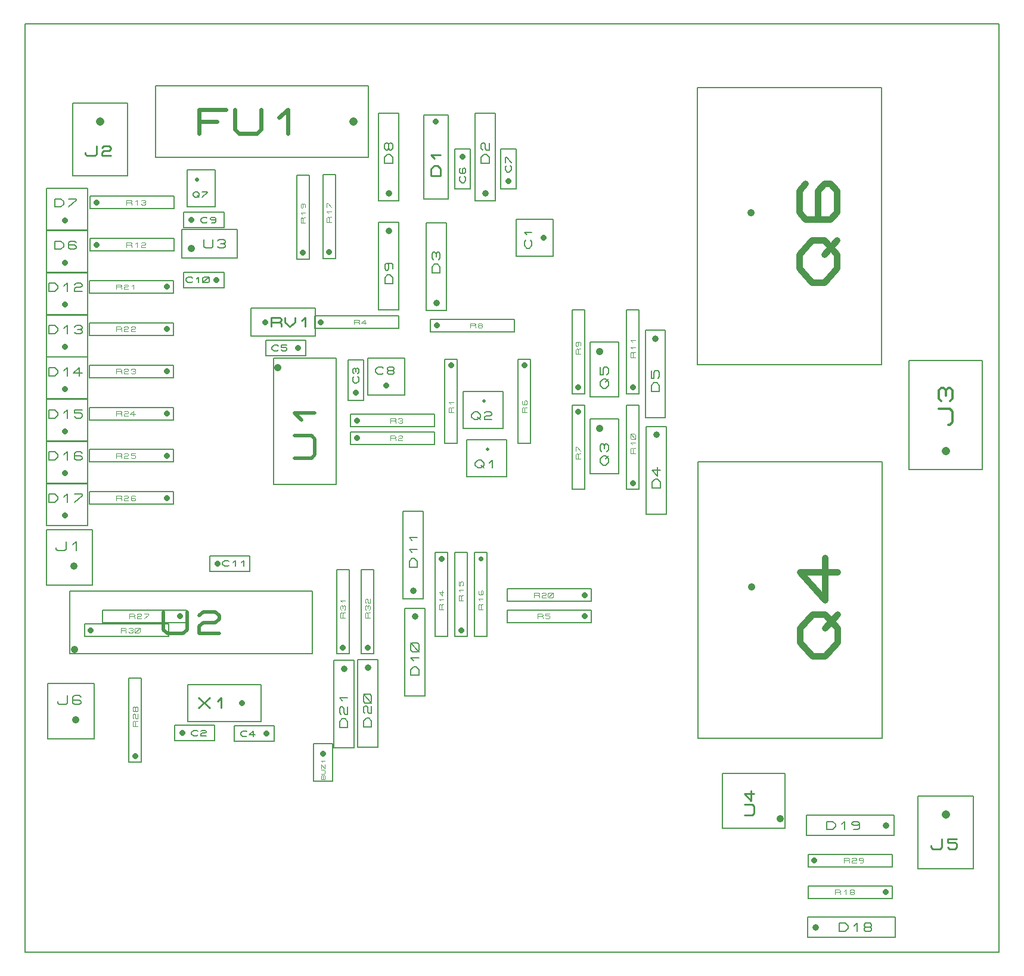
<source format=gbr>
G04 PROTEUS GERBER X2 FILE*
%TF.GenerationSoftware,Labcenter,Proteus,8.15-SP1-Build34318*%
%TF.CreationDate,2023-09-22T14:21:38+00:00*%
%TF.FileFunction,AssemblyDrawing,Top*%
%TF.FilePolarity,Positive*%
%TF.Part,Single*%
%TF.SameCoordinates,{a466e6c0-664c-42de-9dbf-b86146abdc4f}*%
%FSLAX45Y45*%
%MOMM*%
G01*
%TA.AperFunction,Profile*%
%ADD25C,0.203200*%
%TA.AperFunction,Material*%
%ADD39C,0.203200*%
%ADD40C,1.219200*%
%ADD41C,0.229610*%
%ADD42C,0.562240*%
%ADD43C,0.812800*%
%ADD44C,0.224020*%
%ADD45C,0.133060*%
%ADD46C,0.914400*%
%ADD47C,0.186690*%
%ADD48C,0.190500*%
%ADD49C,0.110230*%
%ADD50C,0.169330*%
%ADD51C,0.609600*%
%ADD52C,0.127000*%
%ADD53C,1.016000*%
%ADD54C,0.481920*%
%ADD55C,0.508000*%
%ADD56C,0.180800*%
%ADD57C,0.889000*%
%ADD58C,0.507080*%
%ADD59C,0.711200*%
%ADD60C,0.237060*%
%ADD61C,0.215900*%
%ADD62C,0.211660*%
%ADD63C,0.331890*%
%ADD64C,0.082550*%
%ADD65C,0.221140*%
%TD.AperFunction*%
D25*
X-8214500Y-6651500D02*
X+5622000Y-6651500D01*
X+5622000Y+6540500D01*
X-8214500Y+6540500D01*
X-8214500Y-6651500D01*
D39*
X-7541160Y+4377840D02*
X-6758840Y+4377840D01*
X-6758840Y+5414160D01*
X-7541160Y+5414160D01*
X-7541160Y+4377840D01*
D40*
X-7150000Y+5150000D02*
X-7150000Y+5150000D01*
D41*
X-7356654Y+4710478D02*
X-7356654Y+4687516D01*
X-7330823Y+4664555D01*
X-7227496Y+4664555D01*
X-7201664Y+4687516D01*
X-7201664Y+4802324D01*
X-7124169Y+4779363D02*
X-7098337Y+4802324D01*
X-7020842Y+4802324D01*
X-6995010Y+4779363D01*
X-6995010Y+4756401D01*
X-7020842Y+4733440D01*
X-7098337Y+4733440D01*
X-7124169Y+4710478D01*
X-7124169Y+4664555D01*
X-6995010Y+4664555D01*
D39*
X-6360160Y+4639840D02*
X-3339840Y+4639840D01*
X-3339840Y+5660160D01*
X-6360160Y+5660160D01*
X-6360160Y+4639840D01*
D40*
X-3550000Y+5150000D02*
X-3550000Y+5150000D01*
D42*
X-5744584Y+4981328D02*
X-5744584Y+5318672D01*
X-5365072Y+5318672D01*
X-5744584Y+5150000D02*
X-5491576Y+5150000D01*
X-5238568Y+5318672D02*
X-5238568Y+5037552D01*
X-5175316Y+4981328D01*
X-4922308Y+4981328D01*
X-4859056Y+5037552D01*
X-4859056Y+5318672D01*
X-4606048Y+5206224D02*
X-4479544Y+5318672D01*
X-4479544Y+4981328D01*
D39*
X-2548680Y+4045100D02*
X-2208320Y+4045100D01*
X-2208320Y+5238900D01*
X-2548680Y+5238900D01*
X-2548680Y+4045100D01*
D43*
X-2378500Y+5150000D02*
X-2378500Y+5150000D01*
D44*
X-2311291Y+4375605D02*
X-2445708Y+4375605D01*
X-2445708Y+4476417D01*
X-2400902Y+4526823D01*
X-2356097Y+4526823D01*
X-2311291Y+4476417D01*
X-2311291Y+4375605D01*
X-2400902Y+4627636D02*
X-2445708Y+4678042D01*
X-2311291Y+4678042D01*
D39*
X-2110160Y+4189840D02*
X-1889840Y+4189840D01*
X-1889840Y+4760160D01*
X-2110160Y+4760160D01*
X-2110160Y+4189840D01*
D43*
X-2000000Y+4650000D02*
X-2000000Y+4650000D01*
D45*
X-1973386Y+4369660D02*
X-1960080Y+4354690D01*
X-1960080Y+4309780D01*
X-1986693Y+4279841D01*
X-2013306Y+4279841D01*
X-2039919Y+4309780D01*
X-2039919Y+4354690D01*
X-2026613Y+4369660D01*
X-2026613Y+4489419D02*
X-2039919Y+4474449D01*
X-2039919Y+4429539D01*
X-2026613Y+4414569D01*
X-1973386Y+4414569D01*
X-1960080Y+4429539D01*
X-1960080Y+4474449D01*
X-1973386Y+4489419D01*
X-1986693Y+4489419D01*
X-2000000Y+4474449D01*
X-2000000Y+4414569D01*
D39*
X-1823280Y+4019700D02*
X-1536260Y+4019700D01*
X-1536260Y+5264300D01*
X-1823280Y+5264300D01*
X-1823280Y+4019700D01*
D46*
X-1678500Y+4134000D02*
X-1678500Y+4134000D01*
D47*
X-1623763Y+4553989D02*
X-1735777Y+4553989D01*
X-1735777Y+4637999D01*
X-1698439Y+4680004D01*
X-1661101Y+4680004D01*
X-1623763Y+4637999D01*
X-1623763Y+4553989D01*
X-1717108Y+4743012D02*
X-1735777Y+4764015D01*
X-1735777Y+4827023D01*
X-1717108Y+4848025D01*
X-1698439Y+4848025D01*
X-1679770Y+4827023D01*
X-1679770Y+4764015D01*
X-1661101Y+4743012D01*
X-1623763Y+4743012D01*
X-1623763Y+4848025D01*
D39*
X-7914160Y+3008840D02*
X-7322340Y+3008840D01*
X-7322340Y+3600660D01*
X-7914160Y+3600660D01*
X-7914160Y+3008840D01*
D43*
X-7650000Y+3146000D02*
X-7650000Y+3146000D01*
D48*
X-7789700Y+3336500D02*
X-7789700Y+3450800D01*
X-7703975Y+3450800D01*
X-7661113Y+3412700D01*
X-7661113Y+3374600D01*
X-7703975Y+3336500D01*
X-7789700Y+3336500D01*
X-7489663Y+3431750D02*
X-7511094Y+3450800D01*
X-7575388Y+3450800D01*
X-7596819Y+3431750D01*
X-7596819Y+3355550D01*
X-7575388Y+3336500D01*
X-7511094Y+3336500D01*
X-7489663Y+3355550D01*
X-7489663Y+3374600D01*
X-7511094Y+3393650D01*
X-7596819Y+3393650D01*
D39*
X-7288900Y+3311100D02*
X-6095100Y+3311100D01*
X-6095100Y+3488900D01*
X-7288900Y+3488900D01*
X-7288900Y+3311100D01*
D43*
X-7200000Y+3400000D02*
X-7200000Y+3400000D01*
D49*
X-6776048Y+3366929D02*
X-6776048Y+3433070D01*
X-6714041Y+3433070D01*
X-6701639Y+3422047D01*
X-6701639Y+3411023D01*
X-6714041Y+3400000D01*
X-6776048Y+3400000D01*
X-6714041Y+3400000D02*
X-6701639Y+3388976D01*
X-6701639Y+3366929D01*
X-6652033Y+3411023D02*
X-6627230Y+3433070D01*
X-6627230Y+3366929D01*
X-6565223Y+3422047D02*
X-6552821Y+3433070D01*
X-6515617Y+3433070D01*
X-6503215Y+3422047D01*
X-6503215Y+3411023D01*
X-6515617Y+3400000D01*
X-6552821Y+3400000D01*
X-6565223Y+3388976D01*
X-6565223Y+3366929D01*
X-6503215Y+3366929D01*
D39*
X-7914160Y+3608840D02*
X-7322340Y+3608840D01*
X-7322340Y+4200660D01*
X-7914160Y+4200660D01*
X-7914160Y+3608840D01*
D43*
X-7650000Y+3746000D02*
X-7650000Y+3746000D01*
D48*
X-7789700Y+3936500D02*
X-7789700Y+4050800D01*
X-7703975Y+4050800D01*
X-7661113Y+4012700D01*
X-7661113Y+3974600D01*
X-7703975Y+3936500D01*
X-7789700Y+3936500D01*
X-7596819Y+4050800D02*
X-7489663Y+4050800D01*
X-7489663Y+4031750D01*
X-7596819Y+3936500D01*
D39*
X-7288900Y+3911100D02*
X-6095100Y+3911100D01*
X-6095100Y+4088900D01*
X-7288900Y+4088900D01*
X-7288900Y+3911100D01*
D43*
X-7200000Y+4000000D02*
X-7200000Y+4000000D01*
D49*
X-6776048Y+3966929D02*
X-6776048Y+4033070D01*
X-6714041Y+4033070D01*
X-6701639Y+4022047D01*
X-6701639Y+4011023D01*
X-6714041Y+4000000D01*
X-6776048Y+4000000D01*
X-6714041Y+4000000D02*
X-6701639Y+3988976D01*
X-6701639Y+3966929D01*
X-6652033Y+4011023D02*
X-6627230Y+4033070D01*
X-6627230Y+3966929D01*
X-6565223Y+4022047D02*
X-6552821Y+4033070D01*
X-6515617Y+4033070D01*
X-6503215Y+4022047D01*
X-6503215Y+4011023D01*
X-6515617Y+4000000D01*
X-6503215Y+3988976D01*
X-6503215Y+3977952D01*
X-6515617Y+3966929D01*
X-6552821Y+3966929D01*
X-6565223Y+3977952D01*
X-6540420Y+4000000D02*
X-6515617Y+4000000D01*
D39*
X-1460160Y+4189840D02*
X-1239840Y+4189840D01*
X-1239840Y+4760160D01*
X-1460160Y+4760160D01*
X-1460160Y+4189840D01*
D43*
X-1350000Y+4300000D02*
X-1350000Y+4300000D01*
D45*
X-1323386Y+4520460D02*
X-1310080Y+4505490D01*
X-1310080Y+4460580D01*
X-1336693Y+4430641D01*
X-1363306Y+4430641D01*
X-1389919Y+4460580D01*
X-1389919Y+4505490D01*
X-1376613Y+4520460D01*
X-1389919Y+4565369D02*
X-1389919Y+4640219D01*
X-1376613Y+4640219D01*
X-1310080Y+4565369D01*
D39*
X-1241160Y+3235840D02*
X-712840Y+3235840D01*
X-712840Y+3764160D01*
X-1241160Y+3764160D01*
X-1241160Y+3235840D01*
D43*
X-850000Y+3500000D02*
X-850000Y+3500000D01*
D50*
X-1032033Y+3461900D02*
X-1015100Y+3442850D01*
X-1015100Y+3385700D01*
X-1048967Y+3347601D01*
X-1082833Y+3347601D01*
X-1116700Y+3385700D01*
X-1116700Y+3442850D01*
X-1099767Y+3461900D01*
X-1082833Y+3538099D02*
X-1116700Y+3576199D01*
X-1015100Y+3576199D01*
D39*
X-2454900Y+2161100D02*
X-1261100Y+2161100D01*
X-1261100Y+2338900D01*
X-2454900Y+2338900D01*
X-2454900Y+2161100D01*
D43*
X-2366000Y+2250000D02*
X-2366000Y+2250000D01*
D49*
X-1892442Y+2216929D02*
X-1892442Y+2283070D01*
X-1830435Y+2283070D01*
X-1818033Y+2272047D01*
X-1818033Y+2261023D01*
X-1830435Y+2250000D01*
X-1892442Y+2250000D01*
X-1830435Y+2250000D02*
X-1818033Y+2238976D01*
X-1818033Y+2216929D01*
X-1768427Y+2250000D02*
X-1780829Y+2261023D01*
X-1780829Y+2272047D01*
X-1768427Y+2283070D01*
X-1731223Y+2283070D01*
X-1718821Y+2272047D01*
X-1718821Y+2261023D01*
X-1731223Y+2250000D01*
X-1768427Y+2250000D01*
X-1780829Y+2238976D01*
X-1780829Y+2227952D01*
X-1768427Y+2216929D01*
X-1731223Y+2216929D01*
X-1718821Y+2227952D01*
X-1718821Y+2238976D01*
X-1731223Y+2250000D01*
D39*
X-2519680Y+2463800D02*
X-2232660Y+2463800D01*
X-2232660Y+3708400D01*
X-2519680Y+3708400D01*
X-2519680Y+2463800D01*
D46*
X-2374900Y+2578100D02*
X-2374900Y+2578100D01*
D47*
X-2320163Y+2998089D02*
X-2432177Y+2998089D01*
X-2432177Y+3082099D01*
X-2394839Y+3124104D01*
X-2357501Y+3124104D01*
X-2320163Y+3082099D01*
X-2320163Y+2998089D01*
X-2413508Y+3187112D02*
X-2432177Y+3208115D01*
X-2432177Y+3271123D01*
X-2413508Y+3292125D01*
X-2394839Y+3292125D01*
X-2376170Y+3271123D01*
X-2357501Y+3292125D01*
X-2338832Y+3292125D01*
X-2320163Y+3271123D01*
X-2320163Y+3208115D01*
X-2338832Y+3187112D01*
X-2376170Y+3229117D02*
X-2376170Y+3271123D01*
D39*
X-3194780Y+4019700D02*
X-2907760Y+4019700D01*
X-2907760Y+5264300D01*
X-3194780Y+5264300D01*
X-3194780Y+4019700D01*
D46*
X-3050000Y+4134000D02*
X-3050000Y+4134000D01*
D47*
X-2995263Y+4553989D02*
X-3107277Y+4553989D01*
X-3107277Y+4637999D01*
X-3069939Y+4680004D01*
X-3032601Y+4680004D01*
X-2995263Y+4637999D01*
X-2995263Y+4553989D01*
X-3051270Y+4764015D02*
X-3069939Y+4743012D01*
X-3088608Y+4743012D01*
X-3107277Y+4764015D01*
X-3107277Y+4827023D01*
X-3088608Y+4848025D01*
X-3069939Y+4848025D01*
X-3051270Y+4827023D01*
X-3051270Y+4764015D01*
X-3032601Y+4743012D01*
X-3013932Y+4743012D01*
X-2995263Y+4764015D01*
X-2995263Y+4827023D01*
X-3013932Y+4848025D01*
X-3032601Y+4848025D01*
X-3051270Y+4827023D01*
D39*
X-3983400Y+3205200D02*
X-3805600Y+3205200D01*
X-3805600Y+4399000D01*
X-3983400Y+4399000D01*
X-3983400Y+3205200D01*
D43*
X-3894500Y+3294100D02*
X-3894500Y+3294100D01*
D49*
X-3861429Y+3718052D02*
X-3927570Y+3718052D01*
X-3927570Y+3780059D01*
X-3916547Y+3792461D01*
X-3905523Y+3792461D01*
X-3894500Y+3780059D01*
X-3894500Y+3718052D01*
X-3894500Y+3780059D02*
X-3883476Y+3792461D01*
X-3861429Y+3792461D01*
X-3905523Y+3842067D02*
X-3927570Y+3866870D01*
X-3861429Y+3866870D01*
X-3927570Y+3928877D02*
X-3927570Y+3990885D01*
X-3916547Y+3990885D01*
X-3861429Y+3928877D01*
D39*
X-5914160Y+3935840D02*
X-5512840Y+3935840D01*
X-5512840Y+4464160D01*
X-5914160Y+4464160D01*
X-5914160Y+3935840D01*
D51*
X-5777000Y+4327000D02*
X-5777000Y+4327000D01*
D52*
X-5827800Y+4128880D02*
X-5799225Y+4154280D01*
X-5770650Y+4154280D01*
X-5742075Y+4128880D01*
X-5742075Y+4103480D01*
X-5770650Y+4078080D01*
X-5799225Y+4078080D01*
X-5827800Y+4103480D01*
X-5827800Y+4128880D01*
X-5770650Y+4103480D02*
X-5742075Y+4078080D01*
X-5699213Y+4154280D02*
X-5627775Y+4154280D01*
X-5627775Y+4141580D01*
X-5699213Y+4078080D01*
D39*
X-4354900Y+3195100D02*
X-4177100Y+3195100D01*
X-4177100Y+4388900D01*
X-4354900Y+4388900D01*
X-4354900Y+3195100D01*
D43*
X-4266000Y+3284000D02*
X-4266000Y+3284000D01*
D49*
X-4232929Y+3707952D02*
X-4299070Y+3707952D01*
X-4299070Y+3769959D01*
X-4288047Y+3782361D01*
X-4277023Y+3782361D01*
X-4266000Y+3769959D01*
X-4266000Y+3707952D01*
X-4266000Y+3769959D02*
X-4254976Y+3782361D01*
X-4232929Y+3782361D01*
X-4277023Y+3831967D02*
X-4299070Y+3856770D01*
X-4232929Y+3856770D01*
X-4277023Y+3980785D02*
X-4266000Y+3968383D01*
X-4266000Y+3931179D01*
X-4277023Y+3918777D01*
X-4288047Y+3918777D01*
X-4299070Y+3931179D01*
X-4299070Y+3968383D01*
X-4288047Y+3980785D01*
X-4243952Y+3980785D01*
X-4232929Y+3968383D01*
X-4232929Y+3931179D01*
D39*
X-3192240Y+2469700D02*
X-2905220Y+2469700D01*
X-2905220Y+3714300D01*
X-3192240Y+3714300D01*
X-3192240Y+2469700D01*
D46*
X-3050000Y+3600000D02*
X-3050000Y+3600000D01*
D47*
X-2992723Y+2843969D02*
X-3104737Y+2843969D01*
X-3104737Y+2927979D01*
X-3067399Y+2969984D01*
X-3030061Y+2969984D01*
X-2992723Y+2927979D01*
X-2992723Y+2843969D01*
X-3067399Y+3138005D02*
X-3048730Y+3117003D01*
X-3048730Y+3053995D01*
X-3067399Y+3032992D01*
X-3086068Y+3032992D01*
X-3104737Y+3053995D01*
X-3104737Y+3117003D01*
X-3086068Y+3138005D01*
X-3011392Y+3138005D01*
X-2992723Y+3117003D01*
X-2992723Y+3053995D01*
D39*
X-3350260Y+1259840D02*
X-2821940Y+1259840D01*
X-2821940Y+1788160D01*
X-3350260Y+1788160D01*
X-3350260Y+1259840D01*
D43*
X-3086100Y+1397000D02*
X-3086100Y+1397000D01*
D50*
X-3124200Y+1579033D02*
X-3143250Y+1562100D01*
X-3200400Y+1562100D01*
X-3238499Y+1595967D01*
X-3238499Y+1629833D01*
X-3200400Y+1663700D01*
X-3143250Y+1663700D01*
X-3124200Y+1646767D01*
X-3048001Y+1612900D02*
X-3067051Y+1629833D01*
X-3067051Y+1646767D01*
X-3048001Y+1663700D01*
X-2990851Y+1663700D01*
X-2971801Y+1646767D01*
X-2971801Y+1629833D01*
X-2990851Y+1612900D01*
X-3048001Y+1612900D01*
X-3067051Y+1595967D01*
X-3067051Y+1579033D01*
X-3048001Y+1562100D01*
X-2990851Y+1562100D01*
X-2971801Y+1579033D01*
X-2971801Y+1595967D01*
X-2990851Y+1612900D01*
D39*
X-3628060Y+1190840D02*
X-3407740Y+1190840D01*
X-3407740Y+1761160D01*
X-3628060Y+1761160D01*
X-3628060Y+1190840D01*
D43*
X-3517900Y+1301000D02*
X-3517900Y+1301000D01*
D45*
X-3491286Y+1521460D02*
X-3477980Y+1506490D01*
X-3477980Y+1461580D01*
X-3504593Y+1431641D01*
X-3531206Y+1431641D01*
X-3557819Y+1461580D01*
X-3557819Y+1506490D01*
X-3544513Y+1521460D01*
X-3544513Y+1566369D02*
X-3557819Y+1581339D01*
X-3557819Y+1626249D01*
X-3544513Y+1641219D01*
X-3531206Y+1641219D01*
X-3517900Y+1626249D01*
X-3504593Y+1641219D01*
X-3491286Y+1641219D01*
X-3477980Y+1626249D01*
X-3477980Y+1581339D01*
X-3491286Y+1566369D01*
X-3517900Y+1596309D02*
X-3517900Y+1626249D01*
D39*
X-4686300Y-10160D02*
X-3797300Y-10160D01*
X-3797300Y+1788160D01*
X-4686300Y+1788160D01*
X-4686300Y-10160D01*
D53*
X-4622800Y+1651000D02*
X-4622800Y+1651000D01*
D54*
X-4386376Y+361291D02*
X-4145415Y+361291D01*
X-4097223Y+415507D01*
X-4097223Y+632371D01*
X-4145415Y+686587D01*
X-4386376Y+686587D01*
X-4289992Y+903452D02*
X-4386376Y+1011884D01*
X-4097223Y+1011884D01*
D39*
X-3588900Y+561100D02*
X-2395100Y+561100D01*
X-2395100Y+738900D01*
X-3588900Y+738900D01*
X-3588900Y+561100D01*
D43*
X-3500000Y+650000D02*
X-3500000Y+650000D01*
D49*
X-3026442Y+616929D02*
X-3026442Y+683070D01*
X-2964435Y+683070D01*
X-2952033Y+672047D01*
X-2952033Y+661023D01*
X-2964435Y+650000D01*
X-3026442Y+650000D01*
X-2964435Y+650000D02*
X-2952033Y+638976D01*
X-2952033Y+616929D01*
X-2914829Y+672047D02*
X-2902427Y+683070D01*
X-2865223Y+683070D01*
X-2852821Y+672047D01*
X-2852821Y+661023D01*
X-2865223Y+650000D01*
X-2902427Y+650000D01*
X-2914829Y+638976D01*
X-2914829Y+616929D01*
X-2852821Y+616929D01*
D39*
X-1940960Y+100240D02*
X-1378240Y+100240D01*
X-1378240Y+628560D01*
X-1940960Y+628560D01*
X-1940960Y+100240D01*
D55*
X-1642400Y+491400D02*
X-1642400Y+491400D01*
D56*
X-1822320Y+301200D02*
X-1781640Y+337360D01*
X-1740960Y+337360D01*
X-1700280Y+301200D01*
X-1700280Y+265040D01*
X-1740960Y+228880D01*
X-1781640Y+228880D01*
X-1822320Y+265040D01*
X-1822320Y+301200D01*
X-1740960Y+265040D02*
X-1700280Y+228880D01*
X-1618920Y+301200D02*
X-1578240Y+337360D01*
X-1578240Y+228880D01*
D39*
X-1210600Y+580300D02*
X-1032800Y+580300D01*
X-1032800Y+1774100D01*
X-1210600Y+1774100D01*
X-1210600Y+580300D01*
D43*
X-1121700Y+1685200D02*
X-1121700Y+1685200D01*
D49*
X-1088629Y+1013218D02*
X-1154770Y+1013218D01*
X-1154770Y+1075225D01*
X-1143747Y+1087627D01*
X-1132723Y+1087627D01*
X-1121700Y+1075225D01*
X-1121700Y+1013218D01*
X-1121700Y+1075225D02*
X-1110676Y+1087627D01*
X-1088629Y+1087627D01*
X-1143747Y+1186839D02*
X-1154770Y+1174437D01*
X-1154770Y+1137233D01*
X-1143747Y+1124831D01*
X-1099652Y+1124831D01*
X-1088629Y+1137233D01*
X-1088629Y+1174437D01*
X-1099652Y+1186839D01*
X-1110676Y+1186839D01*
X-1121700Y+1174437D01*
X-1121700Y+1124831D01*
D39*
X-3588900Y+811100D02*
X-2395100Y+811100D01*
X-2395100Y+988900D01*
X-3588900Y+988900D01*
X-3588900Y+811100D01*
D43*
X-3500000Y+900000D02*
X-3500000Y+900000D01*
D49*
X-3026442Y+866929D02*
X-3026442Y+933070D01*
X-2964435Y+933070D01*
X-2952033Y+922047D01*
X-2952033Y+911023D01*
X-2964435Y+900000D01*
X-3026442Y+900000D01*
X-2964435Y+900000D02*
X-2952033Y+888976D01*
X-2952033Y+866929D01*
X-2914829Y+922047D02*
X-2902427Y+933070D01*
X-2865223Y+933070D01*
X-2852821Y+922047D01*
X-2852821Y+911023D01*
X-2865223Y+900000D01*
X-2852821Y+888976D01*
X-2852821Y+877952D01*
X-2865223Y+866929D01*
X-2902427Y+866929D01*
X-2914829Y+877952D01*
X-2890026Y+900000D02*
X-2865223Y+900000D01*
D39*
X-1991760Y+786040D02*
X-1429040Y+786040D01*
X-1429040Y+1314360D01*
X-1991760Y+1314360D01*
X-1991760Y+786040D01*
D55*
X-1693200Y+1177200D02*
X-1693200Y+1177200D01*
D56*
X-1873120Y+987000D02*
X-1832440Y+1023160D01*
X-1791760Y+1023160D01*
X-1751080Y+987000D01*
X-1751080Y+950840D01*
X-1791760Y+914680D01*
X-1832440Y+914680D01*
X-1873120Y+950840D01*
X-1873120Y+987000D01*
X-1791760Y+950840D02*
X-1751080Y+914680D01*
X-1690060Y+1005080D02*
X-1669720Y+1023160D01*
X-1608700Y+1023160D01*
X-1588360Y+1005080D01*
X-1588360Y+987000D01*
X-1608700Y+968920D01*
X-1669720Y+968920D01*
X-1690060Y+950840D01*
X-1690060Y+914680D01*
X-1588360Y+914680D01*
D39*
X-2252000Y+580300D02*
X-2074200Y+580300D01*
X-2074200Y+1774100D01*
X-2252000Y+1774100D01*
X-2252000Y+580300D01*
D43*
X-2163100Y+1685200D02*
X-2163100Y+1685200D01*
D49*
X-2130029Y+1013218D02*
X-2196170Y+1013218D01*
X-2196170Y+1075225D01*
X-2185147Y+1087627D01*
X-2174123Y+1087627D01*
X-2163100Y+1075225D01*
X-2163100Y+1013218D01*
X-2163100Y+1075225D02*
X-2152076Y+1087627D01*
X-2130029Y+1087627D01*
X-2174123Y+1137233D02*
X-2196170Y+1162036D01*
X-2130029Y+1162036D01*
D39*
X-187960Y+142240D02*
X+213360Y+142240D01*
X+213360Y+924560D01*
X-187960Y+924560D01*
X-187960Y+142240D01*
D53*
X-50800Y+787400D02*
X-50800Y+787400D01*
D48*
X-6434Y+267209D02*
X-44703Y+310261D01*
X-44703Y+353314D01*
X-6434Y+396367D01*
X+31835Y+396367D01*
X+70104Y+353314D01*
X+70104Y+310261D01*
X+31835Y+267209D01*
X-6434Y+267209D01*
X+31835Y+353314D02*
X+70104Y+396367D01*
X-25569Y+460946D02*
X-44703Y+482472D01*
X-44703Y+547051D01*
X-25569Y+568578D01*
X-6434Y+568578D01*
X+12700Y+547051D01*
X+31835Y+568578D01*
X+50970Y+568578D01*
X+70104Y+547051D01*
X+70104Y+482472D01*
X+50970Y+460946D01*
X+12700Y+503999D02*
X+12700Y+547051D01*
D39*
X-187960Y+1234440D02*
X+213360Y+1234440D01*
X+213360Y+2016760D01*
X-187960Y+2016760D01*
X-187960Y+1234440D01*
D53*
X-50800Y+1879600D02*
X-50800Y+1879600D01*
D48*
X-6434Y+1359409D02*
X-44703Y+1402461D01*
X-44703Y+1445514D01*
X-6434Y+1488567D01*
X+31835Y+1488567D01*
X+70104Y+1445514D01*
X+70104Y+1402461D01*
X+31835Y+1359409D01*
X-6434Y+1359409D01*
X+31835Y+1445514D02*
X+70104Y+1488567D01*
X-44703Y+1660778D02*
X-44703Y+1553146D01*
X-6434Y+1553146D01*
X-6434Y+1639251D01*
X+12700Y+1660778D01*
X+50970Y+1660778D01*
X+70104Y+1639251D01*
X+70104Y+1574672D01*
X+50970Y+1553146D01*
D39*
X-444500Y-76200D02*
X-266700Y-76200D01*
X-266700Y+1117600D01*
X-444500Y+1117600D01*
X-444500Y-76200D01*
D43*
X-355600Y+1028700D02*
X-355600Y+1028700D01*
D49*
X-322529Y+356718D02*
X-388670Y+356718D01*
X-388670Y+418725D01*
X-377647Y+431127D01*
X-366623Y+431127D01*
X-355600Y+418725D01*
X-355600Y+356718D01*
X-355600Y+418725D02*
X-344576Y+431127D01*
X-322529Y+431127D01*
X-388670Y+468331D02*
X-388670Y+530339D01*
X-377647Y+530339D01*
X-322529Y+468331D01*
D39*
X-444500Y+1282700D02*
X-266700Y+1282700D01*
X-266700Y+2476500D01*
X-444500Y+2476500D01*
X-444500Y+1282700D01*
D43*
X-355600Y+1371600D02*
X-355600Y+1371600D01*
D49*
X-322529Y+1845158D02*
X-388670Y+1845158D01*
X-388670Y+1907165D01*
X-377647Y+1919567D01*
X-366623Y+1919567D01*
X-355600Y+1907165D01*
X-355600Y+1845158D01*
X-355600Y+1907165D02*
X-344576Y+1919567D01*
X-322529Y+1919567D01*
X-366623Y+2018779D02*
X-355600Y+2006377D01*
X-355600Y+1969173D01*
X-366623Y+1956771D01*
X-377647Y+1956771D01*
X-388670Y+1969173D01*
X-388670Y+2006377D01*
X-377647Y+2018779D01*
X-333552Y+2018779D01*
X-322529Y+2006377D01*
X-322529Y+1969173D01*
D39*
X+330200Y-76200D02*
X+508000Y-76200D01*
X+508000Y+1117600D01*
X+330200Y+1117600D01*
X+330200Y-76200D01*
D43*
X+419100Y+12700D02*
X+419100Y+12700D01*
D49*
X+452171Y+436652D02*
X+386030Y+436652D01*
X+386030Y+498659D01*
X+397053Y+511061D01*
X+408077Y+511061D01*
X+419100Y+498659D01*
X+419100Y+436652D01*
X+419100Y+498659D02*
X+430124Y+511061D01*
X+452171Y+511061D01*
X+408077Y+560667D02*
X+386030Y+585470D01*
X+452171Y+585470D01*
X+441148Y+635076D02*
X+397053Y+635076D01*
X+386030Y+647477D01*
X+386030Y+697083D01*
X+397053Y+709485D01*
X+441148Y+709485D01*
X+452171Y+697083D01*
X+452171Y+647477D01*
X+441148Y+635076D01*
X+452171Y+635076D02*
X+386030Y+709485D01*
D39*
X+330200Y+1282700D02*
X+508000Y+1282700D01*
X+508000Y+2476500D01*
X+330200Y+2476500D01*
X+330200Y+1282700D01*
D43*
X+419100Y+1371600D02*
X+419100Y+1371600D01*
D49*
X+452171Y+1795552D02*
X+386030Y+1795552D01*
X+386030Y+1857559D01*
X+397053Y+1869961D01*
X+408077Y+1869961D01*
X+419100Y+1857559D01*
X+419100Y+1795552D01*
X+419100Y+1857559D02*
X+430124Y+1869961D01*
X+452171Y+1869961D01*
X+408077Y+1919567D02*
X+386030Y+1944370D01*
X+452171Y+1944370D01*
X+408077Y+2018779D02*
X+386030Y+2043582D01*
X+452171Y+2043582D01*
D39*
X+1344440Y-3614560D02*
X+3955560Y-3614560D01*
X+3955560Y+317360D01*
X+1344440Y+317360D01*
X+1344440Y-3614560D01*
D53*
X+2106440Y-1463180D02*
X+2106440Y-1463180D01*
D57*
X+2967500Y-2448700D02*
X+2789700Y-2248675D01*
X+2789700Y-2048650D01*
X+2967500Y-1848625D01*
X+3145300Y-1848625D01*
X+3323100Y-2048650D01*
X+3323100Y-2248675D01*
X+3145300Y-2448700D01*
X+2967500Y-2448700D01*
X+3145300Y-2048650D02*
X+3323100Y-1848625D01*
X+3145300Y-1048525D02*
X+3145300Y-1648600D01*
X+2789700Y-1248550D01*
X+3323100Y-1248550D01*
D39*
X+1336040Y+1698740D02*
X+3947160Y+1698740D01*
X+3947160Y+5630660D01*
X+1336040Y+5630660D01*
X+1336040Y+1698740D01*
D53*
X+2098040Y+3850120D02*
X+2098040Y+3850120D01*
D57*
X+2959100Y+2864600D02*
X+2781300Y+3064625D01*
X+2781300Y+3264650D01*
X+2959100Y+3464675D01*
X+3136900Y+3464675D01*
X+3314700Y+3264650D01*
X+3314700Y+3064625D01*
X+3136900Y+2864600D01*
X+2959100Y+2864600D01*
X+3136900Y+3264650D02*
X+3314700Y+3464675D01*
X+2870200Y+4264775D02*
X+2781300Y+4164762D01*
X+2781300Y+3864725D01*
X+2870200Y+3764712D01*
X+3225800Y+3764712D01*
X+3314700Y+3864725D01*
X+3314700Y+4164762D01*
X+3225800Y+4264775D01*
X+3136900Y+4264775D01*
X+3048000Y+4164762D01*
X+3048000Y+3764712D01*
D39*
X+607760Y-430300D02*
X+894780Y-430300D01*
X+894780Y+814300D01*
X+607760Y+814300D01*
X+607760Y-430300D01*
D46*
X+750000Y+700000D02*
X+750000Y+700000D01*
D47*
X+807277Y-56031D02*
X+695263Y-56031D01*
X+695263Y+27979D01*
X+732601Y+69984D01*
X+769939Y+69984D01*
X+807277Y+27979D01*
X+807277Y-56031D01*
X+769939Y+238005D02*
X+769939Y+111990D01*
X+695263Y+196000D01*
X+807277Y+196000D01*
D39*
X+594360Y+939800D02*
X+881380Y+939800D01*
X+881380Y+2184400D01*
X+594360Y+2184400D01*
X+594360Y+939800D01*
D46*
X+736600Y+2070100D02*
X+736600Y+2070100D01*
D47*
X+793877Y+1314069D02*
X+681863Y+1314069D01*
X+681863Y+1398079D01*
X+719201Y+1440084D01*
X+756539Y+1440084D01*
X+793877Y+1398079D01*
X+793877Y+1314069D01*
X+681863Y+1608105D02*
X+681863Y+1503092D01*
X+719201Y+1503092D01*
X+719201Y+1587103D01*
X+737870Y+1608105D01*
X+775208Y+1608105D01*
X+793877Y+1587103D01*
X+793877Y+1524095D01*
X+775208Y+1503092D01*
D39*
X-5987160Y+3212840D02*
X-5204840Y+3212840D01*
X-5204840Y+3614160D01*
X-5987160Y+3614160D01*
X-5987160Y+3212840D01*
D53*
X-5850000Y+3350000D02*
X-5850000Y+3350000D01*
D48*
X-5674231Y+3470903D02*
X-5674231Y+3375230D01*
X-5652705Y+3356096D01*
X-5566600Y+3356096D01*
X-5545073Y+3375230D01*
X-5545073Y+3470903D01*
X-5480494Y+3451769D02*
X-5458968Y+3470903D01*
X-5394389Y+3470903D01*
X-5372862Y+3451769D01*
X-5372862Y+3432634D01*
X-5394389Y+3413500D01*
X-5372862Y+3394365D01*
X-5372862Y+3375230D01*
X-5394389Y+3356096D01*
X-5458968Y+3356096D01*
X-5480494Y+3375230D01*
X-5437441Y+3413500D02*
X-5394389Y+3413500D01*
D39*
X-5960160Y+2789840D02*
X-5389840Y+2789840D01*
X-5389840Y+3010160D01*
X-5960160Y+3010160D01*
X-5960160Y+2789840D01*
D43*
X-5500000Y+2900000D02*
X-5500000Y+2900000D01*
D45*
X-5840219Y+2873386D02*
X-5855189Y+2860080D01*
X-5900099Y+2860080D01*
X-5930038Y+2886693D01*
X-5930038Y+2913306D01*
X-5900099Y+2939919D01*
X-5855189Y+2939919D01*
X-5840219Y+2926613D01*
X-5780340Y+2913306D02*
X-5750400Y+2939919D01*
X-5750400Y+2860080D01*
X-5690520Y+2873386D02*
X-5690520Y+2926613D01*
X-5675551Y+2939919D01*
X-5615671Y+2939919D01*
X-5600701Y+2926613D01*
X-5600701Y+2873386D01*
X-5615671Y+2860080D01*
X-5675551Y+2860080D01*
X-5690520Y+2873386D01*
X-5690520Y+2860080D02*
X-5600701Y+2939919D01*
D39*
X-5960160Y+3639840D02*
X-5389840Y+3639840D01*
X-5389840Y+3860160D01*
X-5960160Y+3860160D01*
X-5960160Y+3639840D01*
D43*
X-5850000Y+3750000D02*
X-5850000Y+3750000D01*
D45*
X-5629540Y+3723386D02*
X-5644510Y+3710080D01*
X-5689420Y+3710080D01*
X-5719359Y+3736693D01*
X-5719359Y+3763306D01*
X-5689420Y+3789919D01*
X-5644510Y+3789919D01*
X-5629540Y+3776613D01*
X-5509781Y+3763306D02*
X-5524751Y+3750000D01*
X-5569661Y+3750000D01*
X-5584631Y+3763306D01*
X-5584631Y+3776613D01*
X-5569661Y+3789919D01*
X-5524751Y+3789919D01*
X-5509781Y+3776613D01*
X-5509781Y+3723386D01*
X-5524751Y+3710080D01*
X-5569661Y+3710080D01*
D39*
X-7582760Y-2414400D02*
X-4133440Y-2414400D01*
X-4133440Y-1525400D01*
X-7582760Y-1525400D01*
X-7582760Y-2414400D01*
D53*
X-7511100Y-2350900D02*
X-7511100Y-2350900D01*
D58*
X-6253246Y-1817774D02*
X-6253246Y-2071317D01*
X-6196199Y-2122025D01*
X-5968011Y-2122025D01*
X-5910964Y-2071317D01*
X-5910964Y-1817774D01*
X-5739823Y-1868483D02*
X-5682776Y-1817774D01*
X-5511635Y-1817774D01*
X-5454588Y-1868483D01*
X-5454588Y-1919191D01*
X-5511635Y-1969900D01*
X-5682776Y-1969900D01*
X-5739823Y-2020608D01*
X-5739823Y-2122025D01*
X-5454588Y-2122025D01*
D39*
X-5590160Y-1240160D02*
X-5019840Y-1240160D01*
X-5019840Y-1019840D01*
X-5590160Y-1019840D01*
X-5590160Y-1240160D01*
D43*
X-5480000Y-1130000D02*
X-5480000Y-1130000D01*
D45*
X-5319419Y-1156614D02*
X-5334389Y-1169920D01*
X-5379299Y-1169920D01*
X-5409238Y-1143307D01*
X-5409238Y-1116694D01*
X-5379299Y-1090081D01*
X-5334389Y-1090081D01*
X-5319419Y-1103387D01*
X-5259540Y-1116694D02*
X-5229600Y-1090081D01*
X-5229600Y-1169920D01*
X-5139781Y-1116694D02*
X-5109841Y-1090081D01*
X-5109841Y-1169920D01*
D39*
X-2389700Y-2169500D02*
X-2211900Y-2169500D01*
X-2211900Y-975700D01*
X-2389700Y-975700D01*
X-2389700Y-2169500D01*
D43*
X-2300800Y-1064600D02*
X-2300800Y-1064600D01*
D49*
X-2267729Y-1786188D02*
X-2333870Y-1786188D01*
X-2333870Y-1724181D01*
X-2322847Y-1711779D01*
X-2311823Y-1711779D01*
X-2300800Y-1724181D01*
X-2300800Y-1786188D01*
X-2300800Y-1724181D02*
X-2289776Y-1711779D01*
X-2267729Y-1711779D01*
X-2311823Y-1662173D02*
X-2333870Y-1637370D01*
X-2267729Y-1637370D01*
X-2289776Y-1513355D02*
X-2289776Y-1587764D01*
X-2333870Y-1538158D01*
X-2267729Y-1538158D01*
D39*
X-2110300Y-2169500D02*
X-1932500Y-2169500D01*
X-1932500Y-975700D01*
X-2110300Y-975700D01*
X-2110300Y-2169500D01*
D43*
X-2021400Y-2080600D02*
X-2021400Y-2080600D01*
D49*
X-1988329Y-1656648D02*
X-2054470Y-1656648D01*
X-2054470Y-1594641D01*
X-2043447Y-1582239D01*
X-2032423Y-1582239D01*
X-2021400Y-1594641D01*
X-2021400Y-1656648D01*
X-2021400Y-1594641D02*
X-2010376Y-1582239D01*
X-1988329Y-1582239D01*
X-2032423Y-1532633D02*
X-2054470Y-1507830D01*
X-1988329Y-1507830D01*
X-2054470Y-1383815D02*
X-2054470Y-1445823D01*
X-2032423Y-1445823D01*
X-2032423Y-1396217D01*
X-2021400Y-1383815D01*
X-1999352Y-1383815D01*
X-1988329Y-1396217D01*
X-1988329Y-1433421D01*
X-1999352Y-1445823D01*
D39*
X-1830900Y-2169500D02*
X-1653100Y-2169500D01*
X-1653100Y-975700D01*
X-1830900Y-975700D01*
X-1830900Y-2169500D01*
D59*
X-1742000Y-1064600D02*
X-1742000Y-1064600D01*
D49*
X-1708929Y-1783648D02*
X-1775070Y-1783648D01*
X-1775070Y-1721641D01*
X-1764047Y-1709239D01*
X-1753023Y-1709239D01*
X-1742000Y-1721641D01*
X-1742000Y-1783648D01*
X-1742000Y-1721641D02*
X-1730976Y-1709239D01*
X-1708929Y-1709239D01*
X-1753023Y-1659633D02*
X-1775070Y-1634830D01*
X-1708929Y-1634830D01*
X-1764047Y-1510815D02*
X-1775070Y-1523217D01*
X-1775070Y-1560421D01*
X-1764047Y-1572823D01*
X-1719952Y-1572823D01*
X-1708929Y-1560421D01*
X-1708929Y-1523217D01*
X-1719952Y-1510815D01*
X-1730976Y-1510815D01*
X-1742000Y-1523217D01*
X-1742000Y-1572823D01*
D39*
X-5902360Y-3376855D02*
X-4866040Y-3376855D01*
X-4866040Y-2848535D01*
X-5902360Y-2848535D01*
X-5902360Y-3376855D01*
D43*
X-5130200Y-3112695D02*
X-5130200Y-3112695D01*
D60*
X-5749959Y-3041576D02*
X-5589940Y-3183815D01*
X-5749959Y-3183815D02*
X-5589940Y-3041576D01*
X-5483261Y-3088989D02*
X-5429921Y-3041576D01*
X-5429921Y-3183815D01*
D39*
X-6090160Y-3650160D02*
X-5519840Y-3650160D01*
X-5519840Y-3429840D01*
X-6090160Y-3429840D01*
X-6090160Y-3650160D01*
D43*
X-5980000Y-3540000D02*
X-5980000Y-3540000D01*
D45*
X-5759540Y-3566614D02*
X-5774510Y-3579920D01*
X-5819420Y-3579920D01*
X-5849359Y-3553307D01*
X-5849359Y-3526694D01*
X-5819420Y-3500081D01*
X-5774510Y-3500081D01*
X-5759540Y-3513387D01*
X-5714631Y-3513387D02*
X-5699661Y-3500081D01*
X-5654751Y-3500081D01*
X-5639781Y-3513387D01*
X-5639781Y-3526694D01*
X-5654751Y-3540000D01*
X-5699661Y-3540000D01*
X-5714631Y-3553307D01*
X-5714631Y-3579920D01*
X-5639781Y-3579920D01*
D39*
X-5243165Y-3659365D02*
X-4672845Y-3659365D01*
X-4672845Y-3439045D01*
X-5243165Y-3439045D01*
X-5243165Y-3659365D01*
D43*
X-4783005Y-3549205D02*
X-4783005Y-3549205D01*
D45*
X-5063345Y-3575819D02*
X-5078315Y-3589125D01*
X-5123225Y-3589125D01*
X-5153164Y-3562512D01*
X-5153164Y-3535899D01*
X-5123225Y-3509286D01*
X-5078315Y-3509286D01*
X-5063345Y-3522592D01*
X-4943586Y-3562512D02*
X-5033405Y-3562512D01*
X-4973526Y-3509286D01*
X-4973526Y-3589125D01*
D39*
X-4796460Y+1820240D02*
X-4226140Y+1820240D01*
X-4226140Y+2040560D01*
X-4796460Y+2040560D01*
X-4796460Y+1820240D01*
D43*
X-4336300Y+1930400D02*
X-4336300Y+1930400D01*
D45*
X-4616640Y+1903786D02*
X-4631610Y+1890480D01*
X-4676520Y+1890480D01*
X-4706459Y+1917093D01*
X-4706459Y+1943706D01*
X-4676520Y+1970319D01*
X-4631610Y+1970319D01*
X-4616640Y+1957013D01*
X-4496881Y+1970319D02*
X-4571731Y+1970319D01*
X-4571731Y+1943706D01*
X-4511851Y+1943706D01*
X-4496881Y+1930400D01*
X-4496881Y+1903786D01*
X-4511851Y+1890480D01*
X-4556761Y+1890480D01*
X-4571731Y+1903786D01*
D39*
X-5004660Y+2099340D02*
X-4095340Y+2099340D01*
X-4095340Y+2500660D01*
X-5004660Y+2500660D01*
X-5004660Y+2099340D01*
D43*
X-4804000Y+2300000D02*
X-4804000Y+2300000D01*
D61*
X-4720815Y+2235230D02*
X-4720815Y+2364770D01*
X-4599372Y+2364770D01*
X-4575083Y+2343180D01*
X-4575083Y+2321590D01*
X-4599372Y+2300000D01*
X-4720815Y+2300000D01*
X-4599372Y+2300000D02*
X-4575083Y+2278410D01*
X-4575083Y+2235230D01*
X-4526505Y+2364770D02*
X-4526505Y+2300000D01*
X-4453639Y+2235230D01*
X-4380773Y+2300000D01*
X-4380773Y+2364770D01*
X-4283618Y+2321590D02*
X-4235040Y+2364770D01*
X-4235040Y+2235230D01*
D39*
X-4104900Y+2211100D02*
X-2911100Y+2211100D01*
X-2911100Y+2388900D01*
X-4104900Y+2388900D01*
X-4104900Y+2211100D01*
D43*
X-4016000Y+2300000D02*
X-4016000Y+2300000D01*
D49*
X-3542442Y+2266929D02*
X-3542442Y+2333070D01*
X-3480435Y+2333070D01*
X-3468033Y+2322047D01*
X-3468033Y+2311023D01*
X-3480435Y+2300000D01*
X-3542442Y+2300000D01*
X-3480435Y+2300000D02*
X-3468033Y+2288976D01*
X-3468033Y+2266929D01*
X-3368821Y+2288976D02*
X-3443230Y+2288976D01*
X-3393624Y+2333070D01*
X-3393624Y+2266929D01*
D39*
X-7912960Y-1433960D02*
X-7257640Y-1433960D01*
X-7257640Y-651640D01*
X-7912960Y-651640D01*
X-7912960Y-1433960D01*
D53*
X-7521800Y-1169800D02*
X-7521800Y-1169800D01*
D62*
X-7775799Y-906487D02*
X-7775799Y-927654D01*
X-7751987Y-948820D01*
X-7656738Y-948820D01*
X-7632925Y-927654D01*
X-7632925Y-821821D01*
X-7537676Y-864154D02*
X-7490051Y-821821D01*
X-7490051Y-948820D01*
D39*
X+4344240Y+205740D02*
X+5380560Y+205740D01*
X+5380560Y+1750060D01*
X+4344240Y+1750060D01*
X+4344240Y+205740D01*
D40*
X+4862400Y+469900D02*
X+4862400Y+469900D01*
D63*
X+4895589Y+841757D02*
X+4928779Y+841757D01*
X+4961968Y+879094D01*
X+4961968Y+1028446D01*
X+4928779Y+1065784D01*
X+4762832Y+1065784D01*
X+4796021Y+1177797D02*
X+4762832Y+1215135D01*
X+4762832Y+1327149D01*
X+4796021Y+1364487D01*
X+4829211Y+1364487D01*
X+4862400Y+1327149D01*
X+4895589Y+1364487D01*
X+4928779Y+1364487D01*
X+4961968Y+1327149D01*
X+4961968Y+1215135D01*
X+4928779Y+1177797D01*
X+4862400Y+1252473D02*
X+4862400Y+1327149D01*
D39*
X-1368900Y-1968900D02*
X-175100Y-1968900D01*
X-175100Y-1791100D01*
X-1368900Y-1791100D01*
X-1368900Y-1968900D01*
D43*
X-264000Y-1880000D02*
X-264000Y-1880000D01*
D49*
X-935982Y-1913071D02*
X-935982Y-1846930D01*
X-873975Y-1846930D01*
X-861573Y-1857953D01*
X-861573Y-1868977D01*
X-873975Y-1880000D01*
X-935982Y-1880000D01*
X-873975Y-1880000D02*
X-861573Y-1891024D01*
X-861573Y-1913071D01*
X-762361Y-1846930D02*
X-824369Y-1846930D01*
X-824369Y-1868977D01*
X-774763Y-1868977D01*
X-762361Y-1880000D01*
X-762361Y-1902048D01*
X-774763Y-1913071D01*
X-811967Y-1913071D01*
X-824369Y-1902048D01*
D39*
X-1368900Y-1668900D02*
X-175100Y-1668900D01*
X-175100Y-1491100D01*
X-1368900Y-1491100D01*
X-1368900Y-1668900D01*
D43*
X-264000Y-1580000D02*
X-264000Y-1580000D01*
D49*
X-985588Y-1613071D02*
X-985588Y-1546930D01*
X-923581Y-1546930D01*
X-911179Y-1557953D01*
X-911179Y-1568977D01*
X-923581Y-1580000D01*
X-985588Y-1580000D01*
X-923581Y-1580000D02*
X-911179Y-1591024D01*
X-911179Y-1613071D01*
X-873975Y-1557953D02*
X-861573Y-1546930D01*
X-824369Y-1546930D01*
X-811967Y-1557953D01*
X-811967Y-1568977D01*
X-824369Y-1580000D01*
X-861573Y-1580000D01*
X-873975Y-1591024D01*
X-873975Y-1613071D01*
X-811967Y-1613071D01*
X-787164Y-1602048D02*
X-787164Y-1557953D01*
X-774763Y-1546930D01*
X-725157Y-1546930D01*
X-712755Y-1557953D01*
X-712755Y-1602048D01*
X-725157Y-1613071D01*
X-774763Y-1613071D01*
X-787164Y-1602048D01*
X-787164Y-1613071D02*
X-712755Y-1546930D01*
D39*
X-2822240Y-3010300D02*
X-2535220Y-3010300D01*
X-2535220Y-1765700D01*
X-2822240Y-1765700D01*
X-2822240Y-3010300D01*
D46*
X-2680000Y-1880000D02*
X-2680000Y-1880000D01*
D47*
X-2622723Y-2720041D02*
X-2734737Y-2720041D01*
X-2734737Y-2636031D01*
X-2697399Y-2594026D01*
X-2660061Y-2594026D01*
X-2622723Y-2636031D01*
X-2622723Y-2720041D01*
X-2697399Y-2510015D02*
X-2734737Y-2468010D01*
X-2622723Y-2468010D01*
X-2641392Y-2383999D02*
X-2716068Y-2383999D01*
X-2734737Y-2362997D01*
X-2734737Y-2278986D01*
X-2716068Y-2257984D01*
X-2641392Y-2257984D01*
X-2622723Y-2278986D01*
X-2622723Y-2362997D01*
X-2641392Y-2383999D01*
X-2622723Y-2383999D02*
X-2734737Y-2257984D01*
D39*
X-2844780Y-1630300D02*
X-2557760Y-1630300D01*
X-2557760Y-385700D01*
X-2844780Y-385700D01*
X-2844780Y-1630300D01*
D46*
X-2700000Y-1516000D02*
X-2700000Y-1516000D01*
D47*
X-2645263Y-1180021D02*
X-2757277Y-1180021D01*
X-2757277Y-1096011D01*
X-2719939Y-1054006D01*
X-2682601Y-1054006D01*
X-2645263Y-1096011D01*
X-2645263Y-1180021D01*
X-2719939Y-969995D02*
X-2757277Y-927990D01*
X-2645263Y-927990D01*
X-2719939Y-801974D02*
X-2757277Y-759969D01*
X-2645263Y-759969D01*
D39*
X-7304900Y+2711100D02*
X-6111100Y+2711100D01*
X-6111100Y+2888900D01*
X-7304900Y+2888900D01*
X-7304900Y+2711100D01*
D43*
X-6200000Y+2800000D02*
X-6200000Y+2800000D01*
D49*
X-6921588Y+2766929D02*
X-6921588Y+2833070D01*
X-6859581Y+2833070D01*
X-6847179Y+2822047D01*
X-6847179Y+2811023D01*
X-6859581Y+2800000D01*
X-6921588Y+2800000D01*
X-6859581Y+2800000D02*
X-6847179Y+2788976D01*
X-6847179Y+2766929D01*
X-6809975Y+2822047D02*
X-6797573Y+2833070D01*
X-6760369Y+2833070D01*
X-6747967Y+2822047D01*
X-6747967Y+2811023D01*
X-6760369Y+2800000D01*
X-6797573Y+2800000D01*
X-6809975Y+2788976D01*
X-6809975Y+2766929D01*
X-6747967Y+2766929D01*
X-6698361Y+2811023D02*
X-6673558Y+2833070D01*
X-6673558Y+2766929D01*
D39*
X-7304900Y+2111100D02*
X-6111100Y+2111100D01*
X-6111100Y+2288900D01*
X-7304900Y+2288900D01*
X-7304900Y+2111100D01*
D43*
X-6200000Y+2200000D02*
X-6200000Y+2200000D01*
D49*
X-6921588Y+2166929D02*
X-6921588Y+2233070D01*
X-6859581Y+2233070D01*
X-6847179Y+2222047D01*
X-6847179Y+2211023D01*
X-6859581Y+2200000D01*
X-6921588Y+2200000D01*
X-6859581Y+2200000D02*
X-6847179Y+2188976D01*
X-6847179Y+2166929D01*
X-6809975Y+2222047D02*
X-6797573Y+2233070D01*
X-6760369Y+2233070D01*
X-6747967Y+2222047D01*
X-6747967Y+2211023D01*
X-6760369Y+2200000D01*
X-6797573Y+2200000D01*
X-6809975Y+2188976D01*
X-6809975Y+2166929D01*
X-6747967Y+2166929D01*
X-6710763Y+2222047D02*
X-6698361Y+2233070D01*
X-6661157Y+2233070D01*
X-6648755Y+2222047D01*
X-6648755Y+2211023D01*
X-6661157Y+2200000D01*
X-6698361Y+2200000D01*
X-6710763Y+2188976D01*
X-6710763Y+2166929D01*
X-6648755Y+2166929D01*
D39*
X-7304900Y+1511100D02*
X-6111100Y+1511100D01*
X-6111100Y+1688900D01*
X-7304900Y+1688900D01*
X-7304900Y+1511100D01*
D43*
X-6200000Y+1600000D02*
X-6200000Y+1600000D01*
D49*
X-6921588Y+1566929D02*
X-6921588Y+1633070D01*
X-6859581Y+1633070D01*
X-6847179Y+1622047D01*
X-6847179Y+1611023D01*
X-6859581Y+1600000D01*
X-6921588Y+1600000D01*
X-6859581Y+1600000D02*
X-6847179Y+1588976D01*
X-6847179Y+1566929D01*
X-6809975Y+1622047D02*
X-6797573Y+1633070D01*
X-6760369Y+1633070D01*
X-6747967Y+1622047D01*
X-6747967Y+1611023D01*
X-6760369Y+1600000D01*
X-6797573Y+1600000D01*
X-6809975Y+1588976D01*
X-6809975Y+1566929D01*
X-6747967Y+1566929D01*
X-6710763Y+1622047D02*
X-6698361Y+1633070D01*
X-6661157Y+1633070D01*
X-6648755Y+1622047D01*
X-6648755Y+1611023D01*
X-6661157Y+1600000D01*
X-6648755Y+1588976D01*
X-6648755Y+1577952D01*
X-6661157Y+1566929D01*
X-6698361Y+1566929D01*
X-6710763Y+1577952D01*
X-6685960Y+1600000D02*
X-6661157Y+1600000D01*
D39*
X-7304900Y+911100D02*
X-6111100Y+911100D01*
X-6111100Y+1088900D01*
X-7304900Y+1088900D01*
X-7304900Y+911100D01*
D43*
X-6200000Y+1000000D02*
X-6200000Y+1000000D01*
D49*
X-6921588Y+966929D02*
X-6921588Y+1033070D01*
X-6859581Y+1033070D01*
X-6847179Y+1022047D01*
X-6847179Y+1011023D01*
X-6859581Y+1000000D01*
X-6921588Y+1000000D01*
X-6859581Y+1000000D02*
X-6847179Y+988976D01*
X-6847179Y+966929D01*
X-6809975Y+1022047D02*
X-6797573Y+1033070D01*
X-6760369Y+1033070D01*
X-6747967Y+1022047D01*
X-6747967Y+1011023D01*
X-6760369Y+1000000D01*
X-6797573Y+1000000D01*
X-6809975Y+988976D01*
X-6809975Y+966929D01*
X-6747967Y+966929D01*
X-6648755Y+988976D02*
X-6723164Y+988976D01*
X-6673558Y+1033070D01*
X-6673558Y+966929D01*
D39*
X-7914160Y+2408840D02*
X-7322340Y+2408840D01*
X-7322340Y+3000660D01*
X-7914160Y+3000660D01*
X-7914160Y+2408840D01*
D43*
X-7650000Y+2546000D02*
X-7650000Y+2546000D01*
D48*
X-7875425Y+2736500D02*
X-7875425Y+2850800D01*
X-7789700Y+2850800D01*
X-7746838Y+2812700D01*
X-7746838Y+2774600D01*
X-7789700Y+2736500D01*
X-7875425Y+2736500D01*
X-7661113Y+2812700D02*
X-7618250Y+2850800D01*
X-7618250Y+2736500D01*
X-7511094Y+2831750D02*
X-7489663Y+2850800D01*
X-7425369Y+2850800D01*
X-7403938Y+2831750D01*
X-7403938Y+2812700D01*
X-7425369Y+2793650D01*
X-7489663Y+2793650D01*
X-7511094Y+2774600D01*
X-7511094Y+2736500D01*
X-7403938Y+2736500D01*
D39*
X-7914160Y+1808840D02*
X-7322340Y+1808840D01*
X-7322340Y+2400660D01*
X-7914160Y+2400660D01*
X-7914160Y+1808840D01*
D43*
X-7650000Y+1946000D02*
X-7650000Y+1946000D01*
D48*
X-7875425Y+2136500D02*
X-7875425Y+2250800D01*
X-7789700Y+2250800D01*
X-7746838Y+2212700D01*
X-7746838Y+2174600D01*
X-7789700Y+2136500D01*
X-7875425Y+2136500D01*
X-7661113Y+2212700D02*
X-7618250Y+2250800D01*
X-7618250Y+2136500D01*
X-7511094Y+2231750D02*
X-7489663Y+2250800D01*
X-7425369Y+2250800D01*
X-7403938Y+2231750D01*
X-7403938Y+2212700D01*
X-7425369Y+2193650D01*
X-7403938Y+2174600D01*
X-7403938Y+2155550D01*
X-7425369Y+2136500D01*
X-7489663Y+2136500D01*
X-7511094Y+2155550D01*
X-7468232Y+2193650D02*
X-7425369Y+2193650D01*
D39*
X-7914160Y+1208840D02*
X-7322340Y+1208840D01*
X-7322340Y+1800660D01*
X-7914160Y+1800660D01*
X-7914160Y+1208840D01*
D43*
X-7650000Y+1346000D02*
X-7650000Y+1346000D01*
D48*
X-7875425Y+1536500D02*
X-7875425Y+1650800D01*
X-7789700Y+1650800D01*
X-7746838Y+1612700D01*
X-7746838Y+1574600D01*
X-7789700Y+1536500D01*
X-7875425Y+1536500D01*
X-7661113Y+1612700D02*
X-7618250Y+1650800D01*
X-7618250Y+1536500D01*
X-7403938Y+1574600D02*
X-7532525Y+1574600D01*
X-7446800Y+1650800D01*
X-7446800Y+1536500D01*
D39*
X-7914160Y+608840D02*
X-7322340Y+608840D01*
X-7322340Y+1200660D01*
X-7914160Y+1200660D01*
X-7914160Y+608840D01*
D43*
X-7650000Y+746000D02*
X-7650000Y+746000D01*
D48*
X-7875425Y+936500D02*
X-7875425Y+1050800D01*
X-7789700Y+1050800D01*
X-7746838Y+1012700D01*
X-7746838Y+974600D01*
X-7789700Y+936500D01*
X-7875425Y+936500D01*
X-7661113Y+1012700D02*
X-7618250Y+1050800D01*
X-7618250Y+936500D01*
X-7403938Y+1050800D02*
X-7511094Y+1050800D01*
X-7511094Y+1012700D01*
X-7425369Y+1012700D01*
X-7403938Y+993650D01*
X-7403938Y+955550D01*
X-7425369Y+936500D01*
X-7489663Y+936500D01*
X-7511094Y+955550D01*
D39*
X-7914160Y+12840D02*
X-7322340Y+12840D01*
X-7322340Y+604660D01*
X-7914160Y+604660D01*
X-7914160Y+12840D01*
D43*
X-7650000Y+150000D02*
X-7650000Y+150000D01*
D48*
X-7875425Y+340500D02*
X-7875425Y+454800D01*
X-7789700Y+454800D01*
X-7746838Y+416700D01*
X-7746838Y+378600D01*
X-7789700Y+340500D01*
X-7875425Y+340500D01*
X-7661113Y+416700D02*
X-7618250Y+454800D01*
X-7618250Y+340500D01*
X-7403938Y+435750D02*
X-7425369Y+454800D01*
X-7489663Y+454800D01*
X-7511094Y+435750D01*
X-7511094Y+359550D01*
X-7489663Y+340500D01*
X-7425369Y+340500D01*
X-7403938Y+359550D01*
X-7403938Y+378600D01*
X-7425369Y+397650D01*
X-7511094Y+397650D01*
D39*
X-7914160Y-587160D02*
X-7322340Y-587160D01*
X-7322340Y+4660D01*
X-7914160Y+4660D01*
X-7914160Y-587160D01*
D43*
X-7650000Y-450000D02*
X-7650000Y-450000D01*
D48*
X-7875425Y-259500D02*
X-7875425Y-145200D01*
X-7789700Y-145200D01*
X-7746838Y-183300D01*
X-7746838Y-221400D01*
X-7789700Y-259500D01*
X-7875425Y-259500D01*
X-7661113Y-183300D02*
X-7618250Y-145200D01*
X-7618250Y-259500D01*
X-7511094Y-145200D02*
X-7403938Y-145200D01*
X-7403938Y-164250D01*
X-7511094Y-259500D01*
D39*
X-7304900Y+311100D02*
X-6111100Y+311100D01*
X-6111100Y+488900D01*
X-7304900Y+488900D01*
X-7304900Y+311100D01*
D43*
X-6200000Y+400000D02*
X-6200000Y+400000D01*
D49*
X-6921588Y+366929D02*
X-6921588Y+433070D01*
X-6859581Y+433070D01*
X-6847179Y+422047D01*
X-6847179Y+411023D01*
X-6859581Y+400000D01*
X-6921588Y+400000D01*
X-6859581Y+400000D02*
X-6847179Y+388976D01*
X-6847179Y+366929D01*
X-6809975Y+422047D02*
X-6797573Y+433070D01*
X-6760369Y+433070D01*
X-6747967Y+422047D01*
X-6747967Y+411023D01*
X-6760369Y+400000D01*
X-6797573Y+400000D01*
X-6809975Y+388976D01*
X-6809975Y+366929D01*
X-6747967Y+366929D01*
X-6648755Y+433070D02*
X-6710763Y+433070D01*
X-6710763Y+411023D01*
X-6661157Y+411023D01*
X-6648755Y+400000D01*
X-6648755Y+377952D01*
X-6661157Y+366929D01*
X-6698361Y+366929D01*
X-6710763Y+377952D01*
D39*
X-7304900Y-288900D02*
X-6111100Y-288900D01*
X-6111100Y-111100D01*
X-7304900Y-111100D01*
X-7304900Y-288900D01*
D43*
X-6200000Y-200000D02*
X-6200000Y-200000D01*
D49*
X-6921588Y-233071D02*
X-6921588Y-166930D01*
X-6859581Y-166930D01*
X-6847179Y-177953D01*
X-6847179Y-188977D01*
X-6859581Y-200000D01*
X-6921588Y-200000D01*
X-6859581Y-200000D02*
X-6847179Y-211024D01*
X-6847179Y-233071D01*
X-6809975Y-177953D02*
X-6797573Y-166930D01*
X-6760369Y-166930D01*
X-6747967Y-177953D01*
X-6747967Y-188977D01*
X-6760369Y-200000D01*
X-6797573Y-200000D01*
X-6809975Y-211024D01*
X-6809975Y-233071D01*
X-6747967Y-233071D01*
X-6648755Y-177953D02*
X-6661157Y-166930D01*
X-6698361Y-166930D01*
X-6710763Y-177953D01*
X-6710763Y-222048D01*
X-6698361Y-233071D01*
X-6661157Y-233071D01*
X-6648755Y-222048D01*
X-6648755Y-211024D01*
X-6661157Y-200000D01*
X-6710763Y-200000D01*
D39*
X-4117160Y-4221160D02*
X-3842840Y-4221160D01*
X-3842840Y-3692840D01*
X-4117160Y-3692840D01*
X-4117160Y-4221160D01*
D43*
X-3980000Y-3830000D02*
X-3980000Y-3830000D01*
D64*
X-3955235Y-4194490D02*
X-4004765Y-4194490D01*
X-4004765Y-4148056D01*
X-3996510Y-4138769D01*
X-3988255Y-4138769D01*
X-3980000Y-4148056D01*
X-3971745Y-4138769D01*
X-3963490Y-4138769D01*
X-3955235Y-4148056D01*
X-3955235Y-4194490D01*
X-3980000Y-4194490D02*
X-3980000Y-4148056D01*
X-4004765Y-4120195D02*
X-3963490Y-4120195D01*
X-3955235Y-4110909D01*
X-3955235Y-4073761D01*
X-3963490Y-4064474D01*
X-4004765Y-4064474D01*
X-4004765Y-4045900D02*
X-4004765Y-3990179D01*
X-3955235Y-4045900D01*
X-3955235Y-3990179D01*
X-3988255Y-3953032D02*
X-4004765Y-3934458D01*
X-3955235Y-3934458D01*
D39*
X+4470680Y-5472160D02*
X+5253000Y-5472160D01*
X+5253000Y-4435840D01*
X+4470680Y-4435840D01*
X+4470680Y-5472160D01*
D40*
X+4861840Y-4700000D02*
X+4861840Y-4700000D01*
D41*
X+4655186Y-5139522D02*
X+4655186Y-5162484D01*
X+4681017Y-5185445D01*
X+4784344Y-5185445D01*
X+4810176Y-5162484D01*
X+4810176Y-5047676D01*
X+5016830Y-5047676D02*
X+4887671Y-5047676D01*
X+4887671Y-5093599D01*
X+4990998Y-5093599D01*
X+5016830Y-5116560D01*
X+5016830Y-5162484D01*
X+4990998Y-5185445D01*
X+4913503Y-5185445D01*
X+4887671Y-5162484D01*
D39*
X-7118900Y-1968900D02*
X-5925100Y-1968900D01*
X-5925100Y-1791100D01*
X-7118900Y-1791100D01*
X-7118900Y-1968900D01*
D43*
X-6014000Y-1880000D02*
X-6014000Y-1880000D01*
D49*
X-6735588Y-1913071D02*
X-6735588Y-1846930D01*
X-6673581Y-1846930D01*
X-6661179Y-1857953D01*
X-6661179Y-1868977D01*
X-6673581Y-1880000D01*
X-6735588Y-1880000D01*
X-6673581Y-1880000D02*
X-6661179Y-1891024D01*
X-6661179Y-1913071D01*
X-6623975Y-1857953D02*
X-6611573Y-1846930D01*
X-6574369Y-1846930D01*
X-6561967Y-1857953D01*
X-6561967Y-1868977D01*
X-6574369Y-1880000D01*
X-6611573Y-1880000D01*
X-6623975Y-1891024D01*
X-6623975Y-1913071D01*
X-6561967Y-1913071D01*
X-6524763Y-1846930D02*
X-6462755Y-1846930D01*
X-6462755Y-1857953D01*
X-6524763Y-1913071D01*
D39*
X-6738900Y-3954900D02*
X-6561100Y-3954900D01*
X-6561100Y-2761100D01*
X-6738900Y-2761100D01*
X-6738900Y-3954900D01*
D43*
X-6650000Y-3866000D02*
X-6650000Y-3866000D01*
D49*
X-6616929Y-3442048D02*
X-6683070Y-3442048D01*
X-6683070Y-3380041D01*
X-6672047Y-3367639D01*
X-6661023Y-3367639D01*
X-6650000Y-3380041D01*
X-6650000Y-3442048D01*
X-6650000Y-3380041D02*
X-6638976Y-3367639D01*
X-6616929Y-3367639D01*
X-6672047Y-3330435D02*
X-6683070Y-3318033D01*
X-6683070Y-3280829D01*
X-6672047Y-3268427D01*
X-6661023Y-3268427D01*
X-6650000Y-3280829D01*
X-6650000Y-3318033D01*
X-6638976Y-3330435D01*
X-6616929Y-3330435D01*
X-6616929Y-3268427D01*
X-6650000Y-3218821D02*
X-6661023Y-3231223D01*
X-6672047Y-3231223D01*
X-6683070Y-3218821D01*
X-6683070Y-3181617D01*
X-6672047Y-3169215D01*
X-6661023Y-3169215D01*
X-6650000Y-3181617D01*
X-6650000Y-3218821D01*
X-6638976Y-3231223D01*
X-6627952Y-3231223D01*
X-6616929Y-3218821D01*
X-6616929Y-3181617D01*
X-6627952Y-3169215D01*
X-6638976Y-3169215D01*
X-6650000Y-3181617D01*
D39*
X+1686340Y-4895160D02*
X+2575340Y-4895160D01*
X+2575340Y-4112840D01*
X+1686340Y-4112840D01*
X+1686340Y-4895160D01*
D53*
X+2511840Y-4758000D02*
X+2511840Y-4758000D01*
D65*
X+2007345Y-4703034D02*
X+2117920Y-4703034D01*
X+2140035Y-4678155D01*
X+2140035Y-4578638D01*
X+2117920Y-4553759D01*
X+2007345Y-4553759D01*
X+2095805Y-4354725D02*
X+2095805Y-4504000D01*
X+2007345Y-4404483D01*
X+2140035Y-4404483D01*
D39*
X+2897540Y-6442240D02*
X+4142140Y-6442240D01*
X+4142140Y-6155220D01*
X+2897540Y-6155220D01*
X+2897540Y-6442240D01*
D46*
X+3011840Y-6300000D02*
X+3011840Y-6300000D01*
D47*
X+3347819Y-6354737D02*
X+3347819Y-6242723D01*
X+3431829Y-6242723D01*
X+3473834Y-6280061D01*
X+3473834Y-6317399D01*
X+3431829Y-6354737D01*
X+3347819Y-6354737D01*
X+3557845Y-6280061D02*
X+3599850Y-6242723D01*
X+3599850Y-6354737D01*
X+3725866Y-6298730D02*
X+3704863Y-6280061D01*
X+3704863Y-6261392D01*
X+3725866Y-6242723D01*
X+3788874Y-6242723D01*
X+3809876Y-6261392D01*
X+3809876Y-6280061D01*
X+3788874Y-6298730D01*
X+3725866Y-6298730D01*
X+3704863Y-6317399D01*
X+3704863Y-6336068D01*
X+3725866Y-6354737D01*
X+3788874Y-6354737D01*
X+3809876Y-6336068D01*
X+3809876Y-6317399D01*
X+3788874Y-6298730D01*
D39*
X+2906940Y-5888900D02*
X+4100740Y-5888900D01*
X+4100740Y-5711100D01*
X+2906940Y-5711100D01*
X+2906940Y-5888900D01*
D43*
X+4011840Y-5800000D02*
X+4011840Y-5800000D01*
D49*
X+3290252Y-5833071D02*
X+3290252Y-5766930D01*
X+3352259Y-5766930D01*
X+3364661Y-5777953D01*
X+3364661Y-5788977D01*
X+3352259Y-5800000D01*
X+3290252Y-5800000D01*
X+3352259Y-5800000D02*
X+3364661Y-5811024D01*
X+3364661Y-5833071D01*
X+3414267Y-5788977D02*
X+3439070Y-5766930D01*
X+3439070Y-5833071D01*
X+3513479Y-5800000D02*
X+3501077Y-5788977D01*
X+3501077Y-5777953D01*
X+3513479Y-5766930D01*
X+3550683Y-5766930D01*
X+3563085Y-5777953D01*
X+3563085Y-5788977D01*
X+3550683Y-5800000D01*
X+3513479Y-5800000D01*
X+3501077Y-5811024D01*
X+3501077Y-5822048D01*
X+3513479Y-5833071D01*
X+3550683Y-5833071D01*
X+3563085Y-5822048D01*
X+3563085Y-5811024D01*
X+3550683Y-5800000D01*
D39*
X+2906940Y-5438900D02*
X+4100740Y-5438900D01*
X+4100740Y-5261100D01*
X+2906940Y-5261100D01*
X+2906940Y-5438900D01*
D43*
X+2995840Y-5350000D02*
X+2995840Y-5350000D01*
D49*
X+3419792Y-5383071D02*
X+3419792Y-5316930D01*
X+3481799Y-5316930D01*
X+3494201Y-5327953D01*
X+3494201Y-5338977D01*
X+3481799Y-5350000D01*
X+3419792Y-5350000D01*
X+3481799Y-5350000D02*
X+3494201Y-5361024D01*
X+3494201Y-5383071D01*
X+3531405Y-5327953D02*
X+3543807Y-5316930D01*
X+3581011Y-5316930D01*
X+3593413Y-5327953D01*
X+3593413Y-5338977D01*
X+3581011Y-5350000D01*
X+3543807Y-5350000D01*
X+3531405Y-5361024D01*
X+3531405Y-5383071D01*
X+3593413Y-5383071D01*
X+3692625Y-5338977D02*
X+3680223Y-5350000D01*
X+3643019Y-5350000D01*
X+3630617Y-5338977D01*
X+3630617Y-5327953D01*
X+3643019Y-5316930D01*
X+3680223Y-5316930D01*
X+3692625Y-5327953D01*
X+3692625Y-5372048D01*
X+3680223Y-5383071D01*
X+3643019Y-5383071D01*
D39*
X-7368900Y-2168900D02*
X-6175100Y-2168900D01*
X-6175100Y-1991100D01*
X-7368900Y-1991100D01*
X-7368900Y-2168900D01*
D43*
X-7280000Y-2080000D02*
X-7280000Y-2080000D01*
D49*
X-6856048Y-2113071D02*
X-6856048Y-2046930D01*
X-6794041Y-2046930D01*
X-6781639Y-2057953D01*
X-6781639Y-2068977D01*
X-6794041Y-2080000D01*
X-6856048Y-2080000D01*
X-6794041Y-2080000D02*
X-6781639Y-2091024D01*
X-6781639Y-2113071D01*
X-6744435Y-2057953D02*
X-6732033Y-2046930D01*
X-6694829Y-2046930D01*
X-6682427Y-2057953D01*
X-6682427Y-2068977D01*
X-6694829Y-2080000D01*
X-6682427Y-2091024D01*
X-6682427Y-2102048D01*
X-6694829Y-2113071D01*
X-6732033Y-2113071D01*
X-6744435Y-2102048D01*
X-6719632Y-2080000D02*
X-6694829Y-2080000D01*
X-6657624Y-2102048D02*
X-6657624Y-2057953D01*
X-6645223Y-2046930D01*
X-6595617Y-2046930D01*
X-6583215Y-2057953D01*
X-6583215Y-2102048D01*
X-6595617Y-2113071D01*
X-6645223Y-2113071D01*
X-6657624Y-2102048D01*
X-6657624Y-2113071D02*
X-6583215Y-2046930D01*
D39*
X+2881540Y-4994780D02*
X+4126140Y-4994780D01*
X+4126140Y-4707760D01*
X+2881540Y-4707760D01*
X+2881540Y-4994780D01*
D46*
X+4011840Y-4850000D02*
X+4011840Y-4850000D01*
D47*
X+3171799Y-4907277D02*
X+3171799Y-4795263D01*
X+3255809Y-4795263D01*
X+3297814Y-4832601D01*
X+3297814Y-4869939D01*
X+3255809Y-4907277D01*
X+3171799Y-4907277D01*
X+3381825Y-4832601D02*
X+3423830Y-4795263D01*
X+3423830Y-4907277D01*
X+3633856Y-4832601D02*
X+3612854Y-4851270D01*
X+3549846Y-4851270D01*
X+3528843Y-4832601D01*
X+3528843Y-4813932D01*
X+3549846Y-4795263D01*
X+3612854Y-4795263D01*
X+3633856Y-4813932D01*
X+3633856Y-4888608D01*
X+3612854Y-4907277D01*
X+3549846Y-4907277D01*
D39*
X-3788900Y-2414900D02*
X-3611100Y-2414900D01*
X-3611100Y-1221100D01*
X-3788900Y-1221100D01*
X-3788900Y-2414900D01*
D43*
X-3700000Y-2326000D02*
X-3700000Y-2326000D01*
D49*
X-3666929Y-1902048D02*
X-3733070Y-1902048D01*
X-3733070Y-1840041D01*
X-3722047Y-1827639D01*
X-3711023Y-1827639D01*
X-3700000Y-1840041D01*
X-3700000Y-1902048D01*
X-3700000Y-1840041D02*
X-3688976Y-1827639D01*
X-3666929Y-1827639D01*
X-3722047Y-1790435D02*
X-3733070Y-1778033D01*
X-3733070Y-1740829D01*
X-3722047Y-1728427D01*
X-3711023Y-1728427D01*
X-3700000Y-1740829D01*
X-3688976Y-1728427D01*
X-3677952Y-1728427D01*
X-3666929Y-1740829D01*
X-3666929Y-1778033D01*
X-3677952Y-1790435D01*
X-3700000Y-1765632D02*
X-3700000Y-1740829D01*
X-3711023Y-1678821D02*
X-3733070Y-1654018D01*
X-3666929Y-1654018D01*
D39*
X-3438900Y-2414900D02*
X-3261100Y-2414900D01*
X-3261100Y-1221100D01*
X-3438900Y-1221100D01*
X-3438900Y-2414900D01*
D43*
X-3350000Y-2326000D02*
X-3350000Y-2326000D01*
D49*
X-3316929Y-1902048D02*
X-3383070Y-1902048D01*
X-3383070Y-1840041D01*
X-3372047Y-1827639D01*
X-3361023Y-1827639D01*
X-3350000Y-1840041D01*
X-3350000Y-1902048D01*
X-3350000Y-1840041D02*
X-3338976Y-1827639D01*
X-3316929Y-1827639D01*
X-3372047Y-1790435D02*
X-3383070Y-1778033D01*
X-3383070Y-1740829D01*
X-3372047Y-1728427D01*
X-3361023Y-1728427D01*
X-3350000Y-1740829D01*
X-3338976Y-1728427D01*
X-3327952Y-1728427D01*
X-3316929Y-1740829D01*
X-3316929Y-1778033D01*
X-3327952Y-1790435D01*
X-3350000Y-1765632D02*
X-3350000Y-1740829D01*
X-3372047Y-1691223D02*
X-3383070Y-1678821D01*
X-3383070Y-1641617D01*
X-3372047Y-1629215D01*
X-3361023Y-1629215D01*
X-3350000Y-1641617D01*
X-3350000Y-1678821D01*
X-3338976Y-1691223D01*
X-3316929Y-1691223D01*
X-3316929Y-1629215D01*
D39*
X-3492240Y-3740300D02*
X-3205220Y-3740300D01*
X-3205220Y-2495700D01*
X-3492240Y-2495700D01*
X-3492240Y-3740300D01*
D46*
X-3350000Y-2610000D02*
X-3350000Y-2610000D01*
D47*
X-3292723Y-3450041D02*
X-3404737Y-3450041D01*
X-3404737Y-3366031D01*
X-3367399Y-3324026D01*
X-3330061Y-3324026D01*
X-3292723Y-3366031D01*
X-3292723Y-3450041D01*
X-3386068Y-3261018D02*
X-3404737Y-3240015D01*
X-3404737Y-3177007D01*
X-3386068Y-3156005D01*
X-3367399Y-3156005D01*
X-3348730Y-3177007D01*
X-3348730Y-3240015D01*
X-3330061Y-3261018D01*
X-3292723Y-3261018D01*
X-3292723Y-3156005D01*
X-3311392Y-3113999D02*
X-3386068Y-3113999D01*
X-3404737Y-3092997D01*
X-3404737Y-3008986D01*
X-3386068Y-2987984D01*
X-3311392Y-2987984D01*
X-3292723Y-3008986D01*
X-3292723Y-3092997D01*
X-3311392Y-3113999D01*
X-3292723Y-3113999D02*
X-3404737Y-2987984D01*
D39*
X-3832240Y-3750300D02*
X-3545220Y-3750300D01*
X-3545220Y-2505700D01*
X-3832240Y-2505700D01*
X-3832240Y-3750300D01*
D46*
X-3690000Y-2620000D02*
X-3690000Y-2620000D01*
D47*
X-3632723Y-3460041D02*
X-3744737Y-3460041D01*
X-3744737Y-3376031D01*
X-3707399Y-3334026D01*
X-3670061Y-3334026D01*
X-3632723Y-3376031D01*
X-3632723Y-3460041D01*
X-3726068Y-3271018D02*
X-3744737Y-3250015D01*
X-3744737Y-3187007D01*
X-3726068Y-3166005D01*
X-3707399Y-3166005D01*
X-3688730Y-3187007D01*
X-3688730Y-3250015D01*
X-3670061Y-3271018D01*
X-3632723Y-3271018D01*
X-3632723Y-3166005D01*
X-3707399Y-3081994D02*
X-3744737Y-3039989D01*
X-3632723Y-3039989D01*
D39*
X-7891160Y-3618160D02*
X-7235840Y-3618160D01*
X-7235840Y-2835840D01*
X-7891160Y-2835840D01*
X-7891160Y-3618160D01*
D53*
X-7500000Y-3354000D02*
X-7500000Y-3354000D01*
D62*
X-7753999Y-3090687D02*
X-7753999Y-3111854D01*
X-7730187Y-3133020D01*
X-7634938Y-3133020D01*
X-7611125Y-3111854D01*
X-7611125Y-3006021D01*
X-7420626Y-3027187D02*
X-7444439Y-3006021D01*
X-7515876Y-3006021D01*
X-7539688Y-3027187D01*
X-7539688Y-3111854D01*
X-7515876Y-3133020D01*
X-7444439Y-3133020D01*
X-7420626Y-3111854D01*
X-7420626Y-3090687D01*
X-7444439Y-3069520D01*
X-7539688Y-3069520D01*
M02*

</source>
